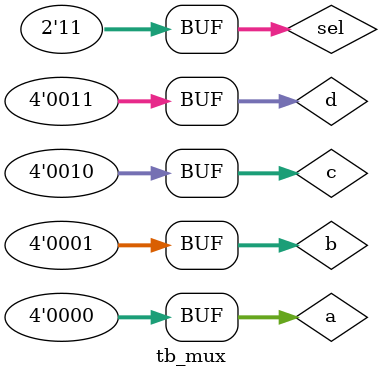
<source format=v>
/* 멀티플렉스 테스트 벤치 */

`timescale 1ns/10ps 

module tb_mux;
	reg		clk;
	reg	[3:0]	a, b, c, d; 
	reg	[1:0]	sel; 

	wire	[3:0]	out;

	mux tb(a, b, c, d, sel, out); //순서에 의한 매핑
         //mux tb(.a(a), .b(b), .c(c), .d(d), .sel(sel), .out(out)); //이름에 의한 매핑


  //여기서부터 waveform을 보기위한 파일을 만드는 코드
	initial 
	begin
		$dumpfile("test_mux_out.vcd"); 
		$dumpvars(-1,tb);    
		$monitor("%b", out);
	end
   //waveform을 보기위한 코드 끝

	initial 
	begin
		a = 4'b0000; b = 4'b0001; c = 4'b0010; d = 4'b0011; sel = 2'b00; #50; 
		a = 4'b0000; b = 4'b0001; c = 4'b0010; d = 4'b0011; sel = 2'b01; #50; 
		a = 4'b0000; b = 4'b0001; c = 4'b0010; d = 4'b0011; sel = 2'b10; #50; 
		a = 4'b0000; b = 4'b0001; c = 4'b0010; d = 4'b0011; sel = 2'b11; #50;   
	end

endmodule
</source>
